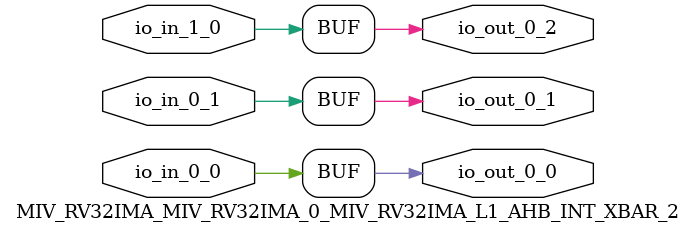
<source format=v>
`define RANDOMIZE
`timescale 1ns/10ps
module MIV_RV32IMA_MIV_RV32IMA_0_MIV_RV32IMA_L1_AHB_INT_XBAR_2(
  input   io_in_1_0,
  input   io_in_0_0,
  input   io_in_0_1,
  output  io_out_0_0,
  output  io_out_0_1,
  output  io_out_0_2
);
  assign io_out_0_0 = io_in_0_0;
  assign io_out_0_1 = io_in_0_1;
  assign io_out_0_2 = io_in_1_0;
endmodule

</source>
